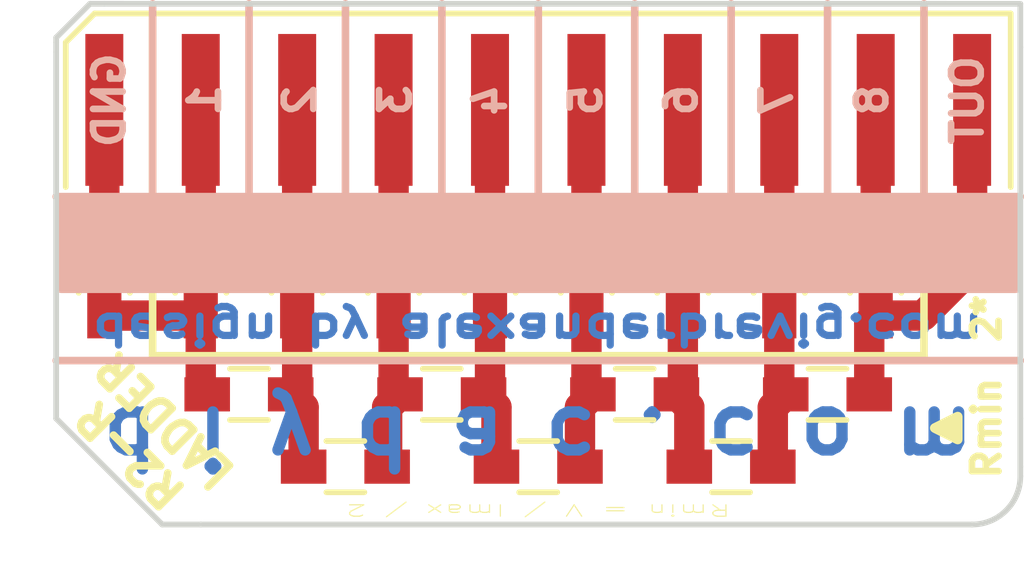
<source format=kicad_pcb>
(kicad_pcb (version 4) (host pcbnew "(2015-08-16 BZR 6097, Git b384c94)-product")

  (general
    (links 25)
    (no_connects 14)
    (area 178.994999 100.761999 204.545001 114.629001)
    (thickness 1.6)
    (drawings 36)
    (tracks 42)
    (zones 0)
    (modules 17)
    (nets 18)
  )

  (page A)
  (layers
    (0 F.Cu signal)
    (31 B.Cu signal)
    (32 B.Adhes user)
    (33 F.Adhes user)
    (34 B.Paste user)
    (35 F.Paste user)
    (36 B.SilkS user)
    (37 F.SilkS user)
    (38 B.Mask user)
    (39 F.Mask user)
    (40 Dwgs.User user)
    (41 Cmts.User user)
    (42 Eco1.User user)
    (43 Eco2.User user)
    (44 Edge.Cuts user)
    (45 Margin user)
    (46 B.CrtYd user)
    (47 F.CrtYd user)
    (48 B.Fab user)
    (49 F.Fab user)
  )

  (setup
    (last_trace_width 0.8)
    (trace_clearance 0.2)
    (zone_clearance 0.508)
    (zone_45_only yes)
    (trace_min 0.2)
    (segment_width 0.2)
    (edge_width 0.15)
    (via_size 0.6)
    (via_drill 0.4)
    (via_min_size 0.4)
    (via_min_drill 0.3)
    (uvia_size 0.3)
    (uvia_drill 0.1)
    (uvias_allowed no)
    (uvia_min_size 0.2)
    (uvia_min_drill 0.1)
    (pcb_text_width 0.3)
    (pcb_text_size 1.5 1.5)
    (mod_edge_width 0.15)
    (mod_text_size 1 1)
    (mod_text_width 0.15)
    (pad_size 1.524 1.524)
    (pad_drill 0.762)
    (pad_to_mask_clearance 0.2)
    (aux_axis_origin 0 0)
    (grid_origin 179.072 100.837)
    (visible_elements FFFFFF7F)
    (pcbplotparams
      (layerselection 0x010f0_80000001)
      (usegerberextensions true)
      (excludeedgelayer true)
      (linewidth 0.020000)
      (plotframeref false)
      (viasonmask false)
      (mode 1)
      (useauxorigin false)
      (hpglpennumber 1)
      (hpglpenspeed 20)
      (hpglpendiameter 15)
      (hpglpenoverlay 2)
      (psnegative false)
      (psa4output false)
      (plotreference false)
      (plotvalue false)
      (plotinvisibletext false)
      (padsonsilk false)
      (subtractmaskfromsilk false)
      (outputformat 1)
      (mirror false)
      (drillshape 0)
      (scaleselection 1)
      (outputdirectory fab/))
  )

  (net 0 "")
  (net 1 GND)
  (net 2 "Net-(2R0-Pad2)")
  (net 3 "Net-(2R1-Pad1)")
  (net 4 "Net-(2R2-Pad1)")
  (net 5 "Net-(2R2-Pad2)")
  (net 6 "Net-(2R3-Pad1)")
  (net 7 "Net-(2R3-Pad2)")
  (net 8 "Net-(2R4-Pad1)")
  (net 9 "Net-(2R4-Pad2)")
  (net 10 "Net-(2R5-Pad1)")
  (net 11 "Net-(2R5-Pad2)")
  (net 12 "Net-(2R6-Pad1)")
  (net 13 "Net-(2R6-Pad2)")
  (net 14 "Net-(2R7-Pad1)")
  (net 15 "Net-(2R7-Pad2)")
  (net 16 "Net-(2R8-Pad1)")
  (net 17 "Net-(2R8-Pad2)")

  (net_class Default "This is the default net class."
    (clearance 0.2)
    (trace_width 0.8)
    (via_dia 0.6)
    (via_drill 0.4)
    (uvia_dia 0.3)
    (uvia_drill 0.1)
    (add_net GND)
    (add_net "Net-(2R0-Pad2)")
    (add_net "Net-(2R1-Pad1)")
    (add_net "Net-(2R2-Pad1)")
    (add_net "Net-(2R2-Pad2)")
    (add_net "Net-(2R3-Pad1)")
    (add_net "Net-(2R3-Pad2)")
    (add_net "Net-(2R4-Pad1)")
    (add_net "Net-(2R4-Pad2)")
    (add_net "Net-(2R5-Pad1)")
    (add_net "Net-(2R5-Pad2)")
    (add_net "Net-(2R6-Pad1)")
    (add_net "Net-(2R6-Pad2)")
    (add_net "Net-(2R7-Pad1)")
    (add_net "Net-(2R7-Pad2)")
    (add_net "Net-(2R8-Pad1)")
    (add_net "Net-(2R8-Pad2)")
  )

  (module Resistors_SMD:R_0603_HandSoldering (layer F.Cu) (tedit 55E963AB) (tstamp 55E96256)
    (at 180.34 107.95 270)
    (descr "Resistor SMD 0603, hand soldering")
    (tags "resistor 0603")
    (path /55E966A0)
    (attr smd)
    (fp_text reference 2R0 (at 0 -1.9 270) (layer F.SilkS) hide
      (effects (font (size 1 1) (thickness 0.15)))
    )
    (fp_text value " " (at 0 1.9 270) (layer F.Fab)
      (effects (font (size 1 1) (thickness 0.15)))
    )
    (fp_line (start -2 -0.8) (end 2 -0.8) (layer F.CrtYd) (width 0.05))
    (fp_line (start -2 0.8) (end 2 0.8) (layer F.CrtYd) (width 0.05))
    (fp_line (start -2 -0.8) (end -2 0.8) (layer F.CrtYd) (width 0.05))
    (fp_line (start 2 -0.8) (end 2 0.8) (layer F.CrtYd) (width 0.05))
    (fp_line (start 0.5 0.675) (end -0.5 0.675) (layer F.SilkS) (width 0.15))
    (fp_line (start -0.5 -0.675) (end 0.5 -0.675) (layer F.SilkS) (width 0.15))
    (pad 1 smd rect (at -1.1 0 270) (size 1.2 0.9) (layers F.Cu F.Paste F.Mask)
      (net 1 GND))
    (pad 2 smd rect (at 1.1 0 270) (size 1.2 0.9) (layers F.Cu F.Paste F.Mask)
      (net 2 "Net-(2R0-Pad2)"))
    (model Resistors_SMD.3dshapes/R_0603_HandSoldering.wrl
      (at (xyz 0 0 0))
      (scale (xyz 1 1 1))
      (rotate (xyz 0 0 0))
    )
  )

  (module Resistors_SMD:R_0603_HandSoldering (layer F.Cu) (tedit 55E963B3) (tstamp 55E9625C)
    (at 182.88 107.95 270)
    (descr "Resistor SMD 0603, hand soldering")
    (tags "resistor 0603")
    (path /55E96239)
    (attr smd)
    (fp_text reference 2R1 (at 0 -1.9 270) (layer F.SilkS) hide
      (effects (font (size 1 1) (thickness 0.15)))
    )
    (fp_text value " " (at 0 1.9 270) (layer F.Fab)
      (effects (font (size 1 1) (thickness 0.15)))
    )
    (fp_line (start -2 -0.8) (end 2 -0.8) (layer F.CrtYd) (width 0.05))
    (fp_line (start -2 0.8) (end 2 0.8) (layer F.CrtYd) (width 0.05))
    (fp_line (start -2 -0.8) (end -2 0.8) (layer F.CrtYd) (width 0.05))
    (fp_line (start 2 -0.8) (end 2 0.8) (layer F.CrtYd) (width 0.05))
    (fp_line (start 0.5 0.675) (end -0.5 0.675) (layer F.SilkS) (width 0.15))
    (fp_line (start -0.5 -0.675) (end 0.5 -0.675) (layer F.SilkS) (width 0.15))
    (pad 1 smd rect (at -1.1 0 270) (size 1.2 0.9) (layers F.Cu F.Paste F.Mask)
      (net 3 "Net-(2R1-Pad1)"))
    (pad 2 smd rect (at 1.1 0 270) (size 1.2 0.9) (layers F.Cu F.Paste F.Mask)
      (net 2 "Net-(2R0-Pad2)"))
    (model Resistors_SMD.3dshapes/R_0603_HandSoldering.wrl
      (at (xyz 0 0 0))
      (scale (xyz 1 1 1))
      (rotate (xyz 0 0 0))
    )
  )

  (module Resistors_SMD:R_0603_HandSoldering (layer F.Cu) (tedit 55E963BB) (tstamp 55E96262)
    (at 185.42 107.95 270)
    (descr "Resistor SMD 0603, hand soldering")
    (tags "resistor 0603")
    (path /55E96296)
    (attr smd)
    (fp_text reference 2R2 (at 0 -1.9 270) (layer F.SilkS) hide
      (effects (font (size 1 1) (thickness 0.15)))
    )
    (fp_text value " " (at 0 1.9 270) (layer F.Fab) hide
      (effects (font (size 1 1) (thickness 0.15)))
    )
    (fp_line (start -2 -0.8) (end 2 -0.8) (layer F.CrtYd) (width 0.05))
    (fp_line (start -2 0.8) (end 2 0.8) (layer F.CrtYd) (width 0.05))
    (fp_line (start -2 -0.8) (end -2 0.8) (layer F.CrtYd) (width 0.05))
    (fp_line (start 2 -0.8) (end 2 0.8) (layer F.CrtYd) (width 0.05))
    (fp_line (start 0.5 0.675) (end -0.5 0.675) (layer F.SilkS) (width 0.15))
    (fp_line (start -0.5 -0.675) (end 0.5 -0.675) (layer F.SilkS) (width 0.15))
    (pad 1 smd rect (at -1.1 0 270) (size 1.2 0.9) (layers F.Cu F.Paste F.Mask)
      (net 4 "Net-(2R2-Pad1)"))
    (pad 2 smd rect (at 1.1 0 270) (size 1.2 0.9) (layers F.Cu F.Paste F.Mask)
      (net 5 "Net-(2R2-Pad2)"))
    (model Resistors_SMD.3dshapes/R_0603_HandSoldering.wrl
      (at (xyz 0 0 0))
      (scale (xyz 1 1 1))
      (rotate (xyz 0 0 0))
    )
  )

  (module Resistors_SMD:R_0603_HandSoldering (layer F.Cu) (tedit 55E963C3) (tstamp 55E96268)
    (at 187.96 107.95 270)
    (descr "Resistor SMD 0603, hand soldering")
    (tags "resistor 0603")
    (path /55E962C6)
    (attr smd)
    (fp_text reference 2R3 (at 0 -1.9 270) (layer F.SilkS) hide
      (effects (font (size 1 1) (thickness 0.15)))
    )
    (fp_text value " " (at 0 1.9 270) (layer F.Fab)
      (effects (font (size 1 1) (thickness 0.15)))
    )
    (fp_line (start -2 -0.8) (end 2 -0.8) (layer F.CrtYd) (width 0.05))
    (fp_line (start -2 0.8) (end 2 0.8) (layer F.CrtYd) (width 0.05))
    (fp_line (start -2 -0.8) (end -2 0.8) (layer F.CrtYd) (width 0.05))
    (fp_line (start 2 -0.8) (end 2 0.8) (layer F.CrtYd) (width 0.05))
    (fp_line (start 0.5 0.675) (end -0.5 0.675) (layer F.SilkS) (width 0.15))
    (fp_line (start -0.5 -0.675) (end 0.5 -0.675) (layer F.SilkS) (width 0.15))
    (pad 1 smd rect (at -1.1 0 270) (size 1.2 0.9) (layers F.Cu F.Paste F.Mask)
      (net 6 "Net-(2R3-Pad1)"))
    (pad 2 smd rect (at 1.1 0 270) (size 1.2 0.9) (layers F.Cu F.Paste F.Mask)
      (net 7 "Net-(2R3-Pad2)"))
    (model Resistors_SMD.3dshapes/R_0603_HandSoldering.wrl
      (at (xyz 0 0 0))
      (scale (xyz 1 1 1))
      (rotate (xyz 0 0 0))
    )
  )

  (module Resistors_SMD:R_0603_HandSoldering (layer F.Cu) (tedit 55E963C9) (tstamp 55E9626E)
    (at 190.5 107.95 270)
    (descr "Resistor SMD 0603, hand soldering")
    (tags "resistor 0603")
    (path /55E962E2)
    (attr smd)
    (fp_text reference 2R4 (at 0 -1.9 270) (layer F.SilkS) hide
      (effects (font (size 1 1) (thickness 0.15)))
    )
    (fp_text value " " (at 0 1.9 270) (layer F.Fab)
      (effects (font (size 1 1) (thickness 0.15)))
    )
    (fp_line (start -2 -0.8) (end 2 -0.8) (layer F.CrtYd) (width 0.05))
    (fp_line (start -2 0.8) (end 2 0.8) (layer F.CrtYd) (width 0.05))
    (fp_line (start -2 -0.8) (end -2 0.8) (layer F.CrtYd) (width 0.05))
    (fp_line (start 2 -0.8) (end 2 0.8) (layer F.CrtYd) (width 0.05))
    (fp_line (start 0.5 0.675) (end -0.5 0.675) (layer F.SilkS) (width 0.15))
    (fp_line (start -0.5 -0.675) (end 0.5 -0.675) (layer F.SilkS) (width 0.15))
    (pad 1 smd rect (at -1.1 0 270) (size 1.2 0.9) (layers F.Cu F.Paste F.Mask)
      (net 8 "Net-(2R4-Pad1)"))
    (pad 2 smd rect (at 1.1 0 270) (size 1.2 0.9) (layers F.Cu F.Paste F.Mask)
      (net 9 "Net-(2R4-Pad2)"))
    (model Resistors_SMD.3dshapes/R_0603_HandSoldering.wrl
      (at (xyz 0 0 0))
      (scale (xyz 1 1 1))
      (rotate (xyz 0 0 0))
    )
  )

  (module Resistors_SMD:R_0603_HandSoldering (layer F.Cu) (tedit 55E963CD) (tstamp 55E96274)
    (at 193.04 107.95 270)
    (descr "Resistor SMD 0603, hand soldering")
    (tags "resistor 0603")
    (path /55E96301)
    (attr smd)
    (fp_text reference 2R5 (at 0 -1.9 270) (layer F.SilkS) hide
      (effects (font (size 1 1) (thickness 0.15)))
    )
    (fp_text value " " (at 0 1.9 270) (layer F.Fab)
      (effects (font (size 1 1) (thickness 0.15)))
    )
    (fp_line (start -2 -0.8) (end 2 -0.8) (layer F.CrtYd) (width 0.05))
    (fp_line (start -2 0.8) (end 2 0.8) (layer F.CrtYd) (width 0.05))
    (fp_line (start -2 -0.8) (end -2 0.8) (layer F.CrtYd) (width 0.05))
    (fp_line (start 2 -0.8) (end 2 0.8) (layer F.CrtYd) (width 0.05))
    (fp_line (start 0.5 0.675) (end -0.5 0.675) (layer F.SilkS) (width 0.15))
    (fp_line (start -0.5 -0.675) (end 0.5 -0.675) (layer F.SilkS) (width 0.15))
    (pad 1 smd rect (at -1.1 0 270) (size 1.2 0.9) (layers F.Cu F.Paste F.Mask)
      (net 10 "Net-(2R5-Pad1)"))
    (pad 2 smd rect (at 1.1 0 270) (size 1.2 0.9) (layers F.Cu F.Paste F.Mask)
      (net 11 "Net-(2R5-Pad2)"))
    (model Resistors_SMD.3dshapes/R_0603_HandSoldering.wrl
      (at (xyz 0 0 0))
      (scale (xyz 1 1 1))
      (rotate (xyz 0 0 0))
    )
  )

  (module Resistors_SMD:R_0603_HandSoldering (layer F.Cu) (tedit 55E963D6) (tstamp 55E9627A)
    (at 195.58 107.95 270)
    (descr "Resistor SMD 0603, hand soldering")
    (tags "resistor 0603")
    (path /55E96323)
    (attr smd)
    (fp_text reference 2R6 (at 0 -1.9 270) (layer F.SilkS) hide
      (effects (font (size 1 1) (thickness 0.15)))
    )
    (fp_text value " " (at 0 1.9 270) (layer F.Fab)
      (effects (font (size 1 1) (thickness 0.15)))
    )
    (fp_line (start -2 -0.8) (end 2 -0.8) (layer F.CrtYd) (width 0.05))
    (fp_line (start -2 0.8) (end 2 0.8) (layer F.CrtYd) (width 0.05))
    (fp_line (start -2 -0.8) (end -2 0.8) (layer F.CrtYd) (width 0.05))
    (fp_line (start 2 -0.8) (end 2 0.8) (layer F.CrtYd) (width 0.05))
    (fp_line (start 0.5 0.675) (end -0.5 0.675) (layer F.SilkS) (width 0.15))
    (fp_line (start -0.5 -0.675) (end 0.5 -0.675) (layer F.SilkS) (width 0.15))
    (pad 1 smd rect (at -1.1 0 270) (size 1.2 0.9) (layers F.Cu F.Paste F.Mask)
      (net 12 "Net-(2R6-Pad1)"))
    (pad 2 smd rect (at 1.1 0 270) (size 1.2 0.9) (layers F.Cu F.Paste F.Mask)
      (net 13 "Net-(2R6-Pad2)"))
    (model Resistors_SMD.3dshapes/R_0603_HandSoldering.wrl
      (at (xyz 0 0 0))
      (scale (xyz 1 1 1))
      (rotate (xyz 0 0 0))
    )
  )

  (module Resistors_SMD:R_0603_HandSoldering (layer F.Cu) (tedit 55E963DB) (tstamp 55E96280)
    (at 198.12 107.95 270)
    (descr "Resistor SMD 0603, hand soldering")
    (tags "resistor 0603")
    (path /55E96348)
    (attr smd)
    (fp_text reference 2R7 (at 0 -1.9 270) (layer F.SilkS) hide
      (effects (font (size 1 1) (thickness 0.15)))
    )
    (fp_text value " " (at 0 1.9 270) (layer F.Fab)
      (effects (font (size 1 1) (thickness 0.15)))
    )
    (fp_line (start -2 -0.8) (end 2 -0.8) (layer F.CrtYd) (width 0.05))
    (fp_line (start -2 0.8) (end 2 0.8) (layer F.CrtYd) (width 0.05))
    (fp_line (start -2 -0.8) (end -2 0.8) (layer F.CrtYd) (width 0.05))
    (fp_line (start 2 -0.8) (end 2 0.8) (layer F.CrtYd) (width 0.05))
    (fp_line (start 0.5 0.675) (end -0.5 0.675) (layer F.SilkS) (width 0.15))
    (fp_line (start -0.5 -0.675) (end 0.5 -0.675) (layer F.SilkS) (width 0.15))
    (pad 1 smd rect (at -1.1 0 270) (size 1.2 0.9) (layers F.Cu F.Paste F.Mask)
      (net 14 "Net-(2R7-Pad1)"))
    (pad 2 smd rect (at 1.1 0 270) (size 1.2 0.9) (layers F.Cu F.Paste F.Mask)
      (net 15 "Net-(2R7-Pad2)"))
    (model Resistors_SMD.3dshapes/R_0603_HandSoldering.wrl
      (at (xyz 0 0 0))
      (scale (xyz 1 1 1))
      (rotate (xyz 0 0 0))
    )
  )

  (module Resistors_SMD:R_0603_HandSoldering (layer F.Cu) (tedit 55E963DF) (tstamp 55E96286)
    (at 200.66 107.95 270)
    (descr "Resistor SMD 0603, hand soldering")
    (tags "resistor 0603")
    (path /55E96370)
    (attr smd)
    (fp_text reference 2R8 (at 0 -1.9 270) (layer F.SilkS) hide
      (effects (font (size 1 1) (thickness 0.15)))
    )
    (fp_text value " " (at 0 1.9 270) (layer F.Fab)
      (effects (font (size 1 1) (thickness 0.15)))
    )
    (fp_line (start -2 -0.8) (end 2 -0.8) (layer F.CrtYd) (width 0.05))
    (fp_line (start -2 0.8) (end 2 0.8) (layer F.CrtYd) (width 0.05))
    (fp_line (start -2 -0.8) (end -2 0.8) (layer F.CrtYd) (width 0.05))
    (fp_line (start 2 -0.8) (end 2 0.8) (layer F.CrtYd) (width 0.05))
    (fp_line (start 0.5 0.675) (end -0.5 0.675) (layer F.SilkS) (width 0.15))
    (fp_line (start -0.5 -0.675) (end 0.5 -0.675) (layer F.SilkS) (width 0.15))
    (pad 1 smd rect (at -1.1 0 270) (size 1.2 0.9) (layers F.Cu F.Paste F.Mask)
      (net 16 "Net-(2R8-Pad1)"))
    (pad 2 smd rect (at 1.1 0 270) (size 1.2 0.9) (layers F.Cu F.Paste F.Mask)
      (net 17 "Net-(2R8-Pad2)"))
    (model Resistors_SMD.3dshapes/R_0603_HandSoldering.wrl
      (at (xyz 0 0 0))
      (scale (xyz 1 1 1))
      (rotate (xyz 0 0 0))
    )
  )

  (module Resistors_SMD:R_0603_HandSoldering (layer F.Cu) (tedit 55E963B7) (tstamp 55E9629E)
    (at 184.15 111.125)
    (descr "Resistor SMD 0603, hand soldering")
    (tags "resistor 0603")
    (path /55E96EBB)
    (attr smd)
    (fp_text reference R1 (at 0 -1.9) (layer F.SilkS) hide
      (effects (font (size 1 1) (thickness 0.15)))
    )
    (fp_text value " " (at 0 1.9) (layer F.Fab)
      (effects (font (size 1 1) (thickness 0.15)))
    )
    (fp_line (start -2 -0.8) (end 2 -0.8) (layer F.CrtYd) (width 0.05))
    (fp_line (start -2 0.8) (end 2 0.8) (layer F.CrtYd) (width 0.05))
    (fp_line (start -2 -0.8) (end -2 0.8) (layer F.CrtYd) (width 0.05))
    (fp_line (start 2 -0.8) (end 2 0.8) (layer F.CrtYd) (width 0.05))
    (fp_line (start 0.5 0.675) (end -0.5 0.675) (layer F.SilkS) (width 0.15))
    (fp_line (start -0.5 -0.675) (end 0.5 -0.675) (layer F.SilkS) (width 0.15))
    (pad 1 smd rect (at -1.1 0) (size 1.2 0.9) (layers F.Cu F.Paste F.Mask)
      (net 2 "Net-(2R0-Pad2)"))
    (pad 2 smd rect (at 1.1 0) (size 1.2 0.9) (layers F.Cu F.Paste F.Mask)
      (net 5 "Net-(2R2-Pad2)"))
    (model Resistors_SMD.3dshapes/R_0603_HandSoldering.wrl
      (at (xyz 0 0 0))
      (scale (xyz 1 1 1))
      (rotate (xyz 0 0 0))
    )
  )

  (module Resistors_SMD:R_0603_HandSoldering (layer F.Cu) (tedit 55E963EB) (tstamp 55E962A4)
    (at 186.69 113.03)
    (descr "Resistor SMD 0603, hand soldering")
    (tags "resistor 0603")
    (path /55E96FF9)
    (attr smd)
    (fp_text reference R2 (at 0 -1.9) (layer F.SilkS) hide
      (effects (font (size 1 1) (thickness 0.15)))
    )
    (fp_text value " " (at 0 1.9) (layer F.Fab)
      (effects (font (size 1 1) (thickness 0.15)))
    )
    (fp_line (start -2 -0.8) (end 2 -0.8) (layer F.CrtYd) (width 0.05))
    (fp_line (start -2 0.8) (end 2 0.8) (layer F.CrtYd) (width 0.05))
    (fp_line (start -2 -0.8) (end -2 0.8) (layer F.CrtYd) (width 0.05))
    (fp_line (start 2 -0.8) (end 2 0.8) (layer F.CrtYd) (width 0.05))
    (fp_line (start 0.5 0.675) (end -0.5 0.675) (layer F.SilkS) (width 0.15))
    (fp_line (start -0.5 -0.675) (end 0.5 -0.675) (layer F.SilkS) (width 0.15))
    (pad 1 smd rect (at -1.1 0) (size 1.2 0.9) (layers F.Cu F.Paste F.Mask)
      (net 5 "Net-(2R2-Pad2)"))
    (pad 2 smd rect (at 1.1 0) (size 1.2 0.9) (layers F.Cu F.Paste F.Mask)
      (net 7 "Net-(2R3-Pad2)"))
    (model Resistors_SMD.3dshapes/R_0603_HandSoldering.wrl
      (at (xyz 0 0 0))
      (scale (xyz 1 1 1))
      (rotate (xyz 0 0 0))
    )
  )

  (module Resistors_SMD:R_0603_HandSoldering (layer F.Cu) (tedit 55E963C6) (tstamp 55E962AA)
    (at 189.23 111.125)
    (descr "Resistor SMD 0603, hand soldering")
    (tags "resistor 0603")
    (path /55E9708D)
    (attr smd)
    (fp_text reference R3 (at 0 -1.9) (layer F.SilkS) hide
      (effects (font (size 1 1) (thickness 0.15)))
    )
    (fp_text value " " (at 0 1.9) (layer F.Fab)
      (effects (font (size 1 1) (thickness 0.15)))
    )
    (fp_line (start -2 -0.8) (end 2 -0.8) (layer F.CrtYd) (width 0.05))
    (fp_line (start -2 0.8) (end 2 0.8) (layer F.CrtYd) (width 0.05))
    (fp_line (start -2 -0.8) (end -2 0.8) (layer F.CrtYd) (width 0.05))
    (fp_line (start 2 -0.8) (end 2 0.8) (layer F.CrtYd) (width 0.05))
    (fp_line (start 0.5 0.675) (end -0.5 0.675) (layer F.SilkS) (width 0.15))
    (fp_line (start -0.5 -0.675) (end 0.5 -0.675) (layer F.SilkS) (width 0.15))
    (pad 1 smd rect (at -1.1 0) (size 1.2 0.9) (layers F.Cu F.Paste F.Mask)
      (net 7 "Net-(2R3-Pad2)"))
    (pad 2 smd rect (at 1.1 0) (size 1.2 0.9) (layers F.Cu F.Paste F.Mask)
      (net 9 "Net-(2R4-Pad2)"))
    (model Resistors_SMD.3dshapes/R_0603_HandSoldering.wrl
      (at (xyz 0 0 0))
      (scale (xyz 1 1 1))
      (rotate (xyz 0 0 0))
    )
  )

  (module Resistors_SMD:R_0603_HandSoldering (layer F.Cu) (tedit 55E963E5) (tstamp 55E962B0)
    (at 191.77 113.03)
    (descr "Resistor SMD 0603, hand soldering")
    (tags "resistor 0603")
    (path /55E97098)
    (attr smd)
    (fp_text reference R4 (at 0 -1.9) (layer F.SilkS) hide
      (effects (font (size 1 1) (thickness 0.15)))
    )
    (fp_text value " " (at 0 1.9) (layer F.Fab)
      (effects (font (size 1 1) (thickness 0.15)))
    )
    (fp_line (start -2 -0.8) (end 2 -0.8) (layer F.CrtYd) (width 0.05))
    (fp_line (start -2 0.8) (end 2 0.8) (layer F.CrtYd) (width 0.05))
    (fp_line (start -2 -0.8) (end -2 0.8) (layer F.CrtYd) (width 0.05))
    (fp_line (start 2 -0.8) (end 2 0.8) (layer F.CrtYd) (width 0.05))
    (fp_line (start 0.5 0.675) (end -0.5 0.675) (layer F.SilkS) (width 0.15))
    (fp_line (start -0.5 -0.675) (end 0.5 -0.675) (layer F.SilkS) (width 0.15))
    (pad 1 smd rect (at -1.1 0) (size 1.2 0.9) (layers F.Cu F.Paste F.Mask)
      (net 9 "Net-(2R4-Pad2)"))
    (pad 2 smd rect (at 1.1 0) (size 1.2 0.9) (layers F.Cu F.Paste F.Mask)
      (net 11 "Net-(2R5-Pad2)"))
    (model Resistors_SMD.3dshapes/R_0603_HandSoldering.wrl
      (at (xyz 0 0 0))
      (scale (xyz 1 1 1))
      (rotate (xyz 0 0 0))
    )
  )

  (module Resistors_SMD:R_0603_HandSoldering (layer F.Cu) (tedit 55E963D0) (tstamp 55E962B6)
    (at 194.31 111.125)
    (descr "Resistor SMD 0603, hand soldering")
    (tags "resistor 0603")
    (path /55E97117)
    (attr smd)
    (fp_text reference R5 (at 0 -1.9) (layer F.SilkS) hide
      (effects (font (size 1 1) (thickness 0.15)))
    )
    (fp_text value " " (at 0 1.9) (layer F.Fab)
      (effects (font (size 1 1) (thickness 0.15)))
    )
    (fp_line (start -2 -0.8) (end 2 -0.8) (layer F.CrtYd) (width 0.05))
    (fp_line (start -2 0.8) (end 2 0.8) (layer F.CrtYd) (width 0.05))
    (fp_line (start -2 -0.8) (end -2 0.8) (layer F.CrtYd) (width 0.05))
    (fp_line (start 2 -0.8) (end 2 0.8) (layer F.CrtYd) (width 0.05))
    (fp_line (start 0.5 0.675) (end -0.5 0.675) (layer F.SilkS) (width 0.15))
    (fp_line (start -0.5 -0.675) (end 0.5 -0.675) (layer F.SilkS) (width 0.15))
    (pad 1 smd rect (at -1.1 0) (size 1.2 0.9) (layers F.Cu F.Paste F.Mask)
      (net 11 "Net-(2R5-Pad2)"))
    (pad 2 smd rect (at 1.1 0) (size 1.2 0.9) (layers F.Cu F.Paste F.Mask)
      (net 13 "Net-(2R6-Pad2)"))
    (model Resistors_SMD.3dshapes/R_0603_HandSoldering.wrl
      (at (xyz 0 0 0))
      (scale (xyz 1 1 1))
      (rotate (xyz 0 0 0))
    )
  )

  (module Resistors_SMD:R_0603_HandSoldering (layer F.Cu) (tedit 55E963E3) (tstamp 55E962BC)
    (at 196.85 113.03)
    (descr "Resistor SMD 0603, hand soldering")
    (tags "resistor 0603")
    (path /55E97122)
    (attr smd)
    (fp_text reference R6 (at 0 -1.9) (layer F.SilkS) hide
      (effects (font (size 1 1) (thickness 0.15)))
    )
    (fp_text value " " (at 0 1.9) (layer F.Fab)
      (effects (font (size 1 1) (thickness 0.15)))
    )
    (fp_line (start -2 -0.8) (end 2 -0.8) (layer F.CrtYd) (width 0.05))
    (fp_line (start -2 0.8) (end 2 0.8) (layer F.CrtYd) (width 0.05))
    (fp_line (start -2 -0.8) (end -2 0.8) (layer F.CrtYd) (width 0.05))
    (fp_line (start 2 -0.8) (end 2 0.8) (layer F.CrtYd) (width 0.05))
    (fp_line (start 0.5 0.675) (end -0.5 0.675) (layer F.SilkS) (width 0.15))
    (fp_line (start -0.5 -0.675) (end 0.5 -0.675) (layer F.SilkS) (width 0.15))
    (pad 1 smd rect (at -1.1 0) (size 1.2 0.9) (layers F.Cu F.Paste F.Mask)
      (net 13 "Net-(2R6-Pad2)"))
    (pad 2 smd rect (at 1.1 0) (size 1.2 0.9) (layers F.Cu F.Paste F.Mask)
      (net 15 "Net-(2R7-Pad2)"))
    (model Resistors_SMD.3dshapes/R_0603_HandSoldering.wrl
      (at (xyz 0 0 0))
      (scale (xyz 1 1 1))
      (rotate (xyz 0 0 0))
    )
  )

  (module Resistors_SMD:R_0603_HandSoldering (layer F.Cu) (tedit 55E963DD) (tstamp 55E962C2)
    (at 199.39 111.125)
    (descr "Resistor SMD 0603, hand soldering")
    (tags "resistor 0603")
    (path /55E9712D)
    (attr smd)
    (fp_text reference R7 (at 0 -1.9) (layer F.SilkS) hide
      (effects (font (size 1 1) (thickness 0.15)))
    )
    (fp_text value " " (at 0 1.9) (layer F.Fab)
      (effects (font (size 1 1) (thickness 0.15)))
    )
    (fp_line (start -2 -0.8) (end 2 -0.8) (layer F.CrtYd) (width 0.05))
    (fp_line (start -2 0.8) (end 2 0.8) (layer F.CrtYd) (width 0.05))
    (fp_line (start -2 -0.8) (end -2 0.8) (layer F.CrtYd) (width 0.05))
    (fp_line (start 2 -0.8) (end 2 0.8) (layer F.CrtYd) (width 0.05))
    (fp_line (start 0.5 0.675) (end -0.5 0.675) (layer F.SilkS) (width 0.15))
    (fp_line (start -0.5 -0.675) (end 0.5 -0.675) (layer F.SilkS) (width 0.15))
    (pad 1 smd rect (at -1.1 0) (size 1.2 0.9) (layers F.Cu F.Paste F.Mask)
      (net 15 "Net-(2R7-Pad2)"))
    (pad 2 smd rect (at 1.1 0) (size 1.2 0.9) (layers F.Cu F.Paste F.Mask)
      (net 17 "Net-(2R8-Pad2)"))
    (model Resistors_SMD.3dshapes/R_0603_HandSoldering.wrl
      (at (xyz 0 0 0))
      (scale (xyz 1 1 1))
      (rotate (xyz 0 0 0))
    )
  )

  (module diydac:SMD_10P_100mil_laying_short (layer F.Cu) (tedit 55E96CCC) (tstamp 55E96298)
    (at 180.34 103.632)
    (path /55E96160)
    (fp_text reference P1 (at -1.778 0.254 90) (layer F.SilkS) hide
      (effects (font (size 1 1) (thickness 0.15)))
    )
    (fp_text value CONN_01X10 (at 0 -3.556) (layer F.Fab) hide
      (effects (font (size 1 1) (thickness 0.15)))
    )
    (fp_line (start 23.876 -2.54) (end 23.876 2.032) (layer F.SilkS) (width 0.15))
    (fp_line (start -1.016 -1.778) (end -1.016 2.032) (layer F.SilkS) (width 0.15))
    (fp_line (start -1.016 -1.778) (end -0.254 -2.54) (layer F.SilkS) (width 0.15))
    (fp_line (start -0.254 -2.54) (end 23.876 -2.54) (layer F.SilkS) (width 0.15))
    (pad 10 smd rect (at 22.86 0) (size 1 4) (layers F.Cu F.Paste F.Mask)
      (net 17 "Net-(2R8-Pad2)"))
    (pad 9 smd rect (at 20.32 0) (size 1 4) (layers F.Cu F.Paste F.Mask)
      (net 16 "Net-(2R8-Pad1)"))
    (pad 8 smd rect (at 17.78 0) (size 1 4) (layers F.Cu F.Paste F.Mask)
      (net 14 "Net-(2R7-Pad1)"))
    (pad 7 smd rect (at 15.24 0) (size 1 4) (layers F.Cu F.Paste F.Mask)
      (net 12 "Net-(2R6-Pad1)"))
    (pad 6 smd rect (at 12.7 0) (size 1 4) (layers F.Cu F.Paste F.Mask)
      (net 10 "Net-(2R5-Pad1)"))
    (pad 5 smd rect (at 10.16 0) (size 1 4) (layers F.Cu F.Paste F.Mask)
      (net 8 "Net-(2R4-Pad1)"))
    (pad 4 smd rect (at 7.62 0) (size 1 4) (layers F.Cu F.Paste F.Mask)
      (net 6 "Net-(2R3-Pad1)"))
    (pad 3 smd rect (at 5.08 0) (size 1 4) (layers F.Cu F.Paste F.Mask)
      (net 4 "Net-(2R2-Pad1)"))
    (pad 2 smd rect (at 2.54 0) (size 1 4) (layers F.Cu F.Paste F.Mask)
      (net 3 "Net-(2R1-Pad1)"))
    (pad 1 smd rect (at 0 0) (size 1 4) (layers F.Cu F.Paste F.Mask)
      (net 1 GND))
  )

  (gr_line (start 201.932 101.091) (end 201.932 110.108) (layer F.SilkS) (width 0.2))
  (gr_line (start 181.612 101.091) (end 181.612 110.108) (layer F.SilkS) (width 0.2))
  (gr_text "R2-R\nLADDER" (at 181.485 112.267 135) (layer F.SilkS)
    (effects (font (size 0.8 0.8) (thickness 0.2)))
  )
  (gr_line (start 179.072 111.759) (end 179.072 102.107) (layer Edge.Cuts) (width 0.15))
  (gr_line (start 179.961 100.837) (end 180.342 100.837) (layer Edge.Cuts) (width 0.15))
  (gr_line (start 179.072 101.726) (end 179.961 100.837) (layer Edge.Cuts) (width 0.15))
  (gr_line (start 179.072 101.853) (end 179.072 101.726) (layer Edge.Cuts) (width 0.15))
  (gr_line (start 179.072 102.107) (end 179.072 101.853) (layer Edge.Cuts) (width 0.15))
  (gr_line (start 204.472 110.235) (end 179.072 110.235) (layer B.SilkS) (width 0.2))
  (gr_text "design by alexanderbrevig.com" (at 191.762 109.407 180) (layer B.Cu)
    (effects (font (size 0.762 1) (thickness 0.1905)) (justify mirror))
  )
  (gr_text "d i y d a c . c o m" (at 191.772 112.267 180) (layer B.Cu)
    (effects (font (size 1.5 1.5) (thickness 0.3)) (justify mirror))
  )
  (gr_line (start 204.472 105.917) (end 179.072 105.917) (layer B.SilkS) (width 0.2))
  (gr_line (start 201.932 105.917) (end 201.932 100.837) (layer B.SilkS) (width 0.2))
  (gr_line (start 199.392 105.917) (end 199.392 100.837) (layer B.SilkS) (width 0.2))
  (gr_line (start 196.852 105.917) (end 196.852 100.837) (layer B.SilkS) (width 0.2))
  (gr_line (start 194.312 105.917) (end 194.312 100.837) (layer B.SilkS) (width 0.2))
  (gr_line (start 191.772 105.917) (end 191.772 100.837) (layer B.SilkS) (width 0.2))
  (gr_line (start 189.232 105.917) (end 189.232 100.837) (layer B.SilkS) (width 0.2))
  (gr_line (start 186.692 105.917) (end 186.692 100.837) (layer B.SilkS) (width 0.2))
  (gr_line (start 184.152 105.917) (end 184.152 100.837) (layer B.SilkS) (width 0.2))
  (gr_line (start 181.612 105.917) (end 181.612 100.837) (layer B.SilkS) (width 0.2))
  (gr_text "GND\n\n1\n\n2\n\n3\n\n4\n\n5\n\n6\n\n7\n\n8\n\nOUT" (at 191.772 103.377 90) (layer B.SilkS)
    (effects (font (size 0.78 0.8) (thickness 0.175)) (justify mirror))
  )
  (gr_line (start 204.47 111.76) (end 204.47 101.981) (angle 90) (layer Edge.Cuts) (width 0.15))
  (gr_line (start 204.47 100.838) (end 204.47 101.981) (angle 90) (layer Edge.Cuts) (width 0.15))
  (gr_line (start 180.342 100.837) (end 204.47 100.838) (angle 90) (layer Edge.Cuts) (width 0.15))
  (gr_line (start 181.864 114.554) (end 182.88 114.554) (angle 90) (layer Edge.Cuts) (width 0.15))
  (gr_line (start 181.61 114.3) (end 181.864 114.554) (angle 90) (layer Edge.Cuts) (width 0.15))
  (gr_line (start 204.47 113.284) (end 204.47 113.03) (angle 90) (layer Edge.Cuts) (width 0.15))
  (gr_text 2*Rmin (at 203.581 107.823 90) (layer F.SilkS)
    (effects (font (size 0.7 0.7) (thickness 0.175)))
  )
  (gr_text Rmin (at 203.581 112.014 90) (layer F.SilkS)
    (effects (font (size 0.7 0.7) (thickness 0.175)))
  )
  (gr_text "Rmin = V / Imax / 2" (at 191.772 114.172 180) (layer F.SilkS)
    (effects (font (size 0.3 0.6) (thickness 0.03175)))
  )
  (gr_line (start 181.612 110.108) (end 201.932 110.108) (angle 90) (layer F.SilkS) (width 0.2))
  (gr_line (start 204.47 113.03) (end 204.47 111.76) (angle 90) (layer Edge.Cuts) (width 0.15))
  (gr_arc (start 203.2 113.284) (end 204.47 113.284) (angle 90) (layer Edge.Cuts) (width 0.15))
  (gr_line (start 182.88 114.554) (end 203.2 114.554) (angle 90) (layer Edge.Cuts) (width 0.15))
  (gr_line (start 179.07 111.76) (end 181.61 114.3) (angle 90) (layer Edge.Cuts) (width 0.15))

  (segment (start 180.34 103.632) (end 180.34 106.85) (width 0.8) (layer F.Cu) (net 1))
  (segment (start 180.34 109.05) (end 182.88 109.05) (width 0.8) (layer F.Cu) (net 2))
  (segment (start 182.88 109.05) (end 182.88 110.955) (width 0.8) (layer F.Cu) (net 2))
  (segment (start 182.88 110.955) (end 183.05 111.125) (width 0.8) (layer F.Cu) (net 2))
  (segment (start 182.88 103.632) (end 182.88 106.85) (width 0.8) (layer F.Cu) (net 3))
  (segment (start 185.42 103.632) (end 185.42 106.85) (width 0.8) (layer F.Cu) (net 4))
  (segment (start 185.42 109.05) (end 185.42 110.955) (width 0.8) (layer F.Cu) (net 5))
  (segment (start 185.42 110.955) (end 185.25 111.125) (width 0.8) (layer F.Cu) (net 5))
  (segment (start 185.59 113.03) (end 185.59 111.465) (width 0.8) (layer F.Cu) (net 5))
  (segment (start 185.59 111.465) (end 185.25 111.125) (width 0.8) (layer F.Cu) (net 5))
  (segment (start 187.96 103.632) (end 187.96 106.85) (width 0.8) (layer F.Cu) (net 6))
  (segment (start 187.79 113.03) (end 187.79 111.465) (width 0.8) (layer F.Cu) (net 7))
  (segment (start 187.79 111.465) (end 188.13 111.125) (width 0.8) (layer F.Cu) (net 7))
  (segment (start 187.96 109.05) (end 187.96 110.955) (width 0.8) (layer F.Cu) (net 7))
  (segment (start 187.96 110.955) (end 188.13 111.125) (width 0.8) (layer F.Cu) (net 7))
  (segment (start 190.5 103.632) (end 190.5 106.85) (width 0.8) (layer F.Cu) (net 8))
  (segment (start 190.5 109.05) (end 190.5 110.955) (width 0.8) (layer F.Cu) (net 9))
  (segment (start 190.5 110.955) (end 190.33 111.125) (width 0.8) (layer F.Cu) (net 9))
  (segment (start 190.67 113.03) (end 190.67 111.465) (width 0.8) (layer F.Cu) (net 9))
  (segment (start 190.67 111.465) (end 190.33 111.125) (width 0.8) (layer F.Cu) (net 9))
  (segment (start 193.04 103.632) (end 193.04 106.85) (width 0.8) (layer F.Cu) (net 10))
  (segment (start 192.87 113.03) (end 192.87 111.465) (width 0.8) (layer F.Cu) (net 11))
  (segment (start 192.87 111.465) (end 193.21 111.125) (width 0.8) (layer F.Cu) (net 11))
  (segment (start 193.04 109.05) (end 193.04 110.955) (width 0.8) (layer F.Cu) (net 11))
  (segment (start 193.04 110.955) (end 193.21 111.125) (width 0.8) (layer F.Cu) (net 11))
  (segment (start 195.58 103.632) (end 195.58 106.85) (width 0.8) (layer F.Cu) (net 12))
  (segment (start 195.58 109.05) (end 195.58 110.955) (width 0.8) (layer F.Cu) (net 13))
  (segment (start 195.58 110.955) (end 195.41 111.125) (width 0.8) (layer F.Cu) (net 13))
  (segment (start 195.75 113.03) (end 195.75 111.465) (width 0.8) (layer F.Cu) (net 13))
  (segment (start 195.75 111.465) (end 195.41 111.125) (width 0.8) (layer F.Cu) (net 13))
  (segment (start 198.12 103.632) (end 198.12 106.85) (width 0.8) (layer F.Cu) (net 14))
  (segment (start 197.95 113.03) (end 197.95 111.465) (width 0.8) (layer F.Cu) (net 15))
  (segment (start 197.95 111.465) (end 198.29 111.125) (width 0.8) (layer F.Cu) (net 15))
  (segment (start 198.12 109.05) (end 198.12 110.955) (width 0.8) (layer F.Cu) (net 15))
  (segment (start 198.12 110.955) (end 198.29 111.125) (width 0.8) (layer F.Cu) (net 15))
  (segment (start 200.66 103.632) (end 200.66 106.85) (width 0.8) (layer F.Cu) (net 16))
  (segment (start 200.66 109.05) (end 201.91 109.05) (width 0.8) (layer F.Cu) (net 17))
  (segment (start 201.91 109.05) (end 203.2 107.76) (width 0.8) (layer F.Cu) (net 17))
  (segment (start 203.2 107.76) (end 203.2 106.51) (width 0.8) (layer F.Cu) (net 17))
  (segment (start 200.49 111.125) (end 200.49 109.22) (width 0.8) (layer F.Cu) (net 17))
  (segment (start 200.49 109.22) (end 200.66 109.05) (width 0.8) (layer F.Cu) (net 17))
  (segment (start 203.2 103.632) (end 203.2 106.51) (width 0.8) (layer F.Cu) (net 17))

  (zone (net 0) (net_name "") (layer B.SilkS) (tstamp 0) (hatch edge 0.508)
    (connect_pads (clearance 0.508))
    (min_thickness 0.254)
    (fill yes (arc_segments 16) (thermal_gap 0.508) (thermal_bridge_width 0.508))
    (polygon
      (pts
        (xy 179.072 108.457) (xy 204.472 108.457) (xy 204.472 105.917) (xy 179.072 105.917)
      )
    )
    (filled_polygon
      (pts
        (xy 204.345 108.33) (xy 179.199 108.33) (xy 179.199 106.044) (xy 204.345 106.044)
      )
    )
  )
  (zone (net 0) (net_name "") (layer F.SilkS) (tstamp 0) (hatch full 0.508)
    (connect_pads (clearance 0.508))
    (min_thickness 0.254)
    (fill yes (arc_segments 16) (thermal_gap 0.508) (thermal_bridge_width 0.508))
    (polygon
      (pts
        (xy 201.932 107.949) (xy 202.948 108.457) (xy 202.948 107.441)
      )
    )
    (filled_polygon
      (pts
        (xy 202.821 108.25151) (xy 202.21598 107.949) (xy 202.821 107.64649)
      )
    )
  )
  (zone (net 0) (net_name "") (layer F.SilkS) (tstamp 0) (hatch full 0.508)
    (connect_pads (clearance 0.508))
    (min_thickness 0.254)
    (fill yes (arc_segments 16) (thermal_gap 0.508) (thermal_bridge_width 0.508))
    (polygon
      (pts
        (xy 201.932 112.013) (xy 202.948 111.505) (xy 202.948 112.521)
      )
    )
    (filled_polygon
      (pts
        (xy 202.821 112.31551) (xy 202.21598 112.013) (xy 202.821 111.71049)
      )
    )
  )
)

</source>
